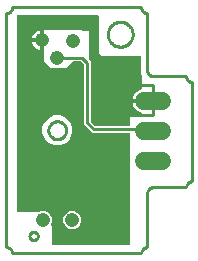
<source format=gbr>
G04 EAGLE Gerber RS-274X export*
G75*
%MOMM*%
%FSLAX34Y34*%
%LPD*%
%INTop Copper*%
%IPPOS*%
%AMOC8*
5,1,8,0,0,1.08239X$1,22.5*%
G01*
%ADD10C,1.208000*%
%ADD11C,1.508000*%
%ADD12C,0.756400*%
%ADD13C,0.254000*%
%ADD14C,0.254000*%

G36*
X104198Y6613D02*
X104198Y6613D01*
X104256Y6611D01*
X104338Y6633D01*
X104422Y6645D01*
X104475Y6669D01*
X104531Y6683D01*
X104604Y6726D01*
X104681Y6761D01*
X104726Y6799D01*
X104776Y6829D01*
X104834Y6890D01*
X104898Y6945D01*
X104930Y6993D01*
X104970Y7036D01*
X105009Y7111D01*
X105056Y7181D01*
X105073Y7237D01*
X105100Y7289D01*
X105111Y7357D01*
X105141Y7452D01*
X105144Y7552D01*
X105155Y7620D01*
X105155Y100985D01*
X105147Y101042D01*
X105149Y101101D01*
X105127Y101182D01*
X105115Y101266D01*
X105092Y101319D01*
X105077Y101376D01*
X105034Y101448D01*
X104999Y101525D01*
X104961Y101570D01*
X104932Y101620D01*
X104870Y101678D01*
X104816Y101742D01*
X104767Y101775D01*
X104724Y101815D01*
X104649Y101853D01*
X104579Y101900D01*
X104523Y101918D01*
X104471Y101944D01*
X104403Y101956D01*
X104308Y101986D01*
X104208Y101988D01*
X104140Y102000D01*
X73118Y102000D01*
X71184Y103934D01*
X71183Y103934D01*
X67720Y107398D01*
X65785Y109332D01*
X65785Y159712D01*
X65773Y159798D01*
X65770Y159886D01*
X65753Y159939D01*
X65745Y159993D01*
X65710Y160073D01*
X65683Y160156D01*
X65655Y160196D01*
X65629Y160253D01*
X65533Y160366D01*
X65488Y160430D01*
X63370Y162548D01*
X63300Y162600D01*
X63236Y162660D01*
X63187Y162686D01*
X63143Y162719D01*
X63061Y162750D01*
X62983Y162790D01*
X62935Y162798D01*
X62877Y162820D01*
X62729Y162832D01*
X62652Y162845D01*
X57664Y162845D01*
X57578Y162833D01*
X57490Y162830D01*
X57438Y162813D01*
X57383Y162805D01*
X57303Y162770D01*
X57220Y162743D01*
X57181Y162715D01*
X57124Y162689D01*
X57010Y162593D01*
X56947Y162548D01*
X51116Y156717D01*
X37784Y156717D01*
X32257Y162244D01*
X32257Y170744D01*
X32249Y170802D01*
X32251Y170860D01*
X32229Y170942D01*
X32229Y179606D01*
X32221Y179664D01*
X32223Y179722D01*
X32201Y179804D01*
X32189Y179887D01*
X32166Y179941D01*
X32151Y179997D01*
X32108Y180070D01*
X32073Y180147D01*
X32035Y180191D01*
X32006Y180242D01*
X31944Y180299D01*
X31907Y180343D01*
X31908Y180344D01*
X31972Y180399D01*
X32004Y180447D01*
X32044Y180490D01*
X32083Y180565D01*
X32130Y180635D01*
X32147Y180691D01*
X32174Y180743D01*
X32185Y180811D01*
X32215Y180906D01*
X32218Y181006D01*
X32229Y181074D01*
X32229Y188742D01*
X32345Y188735D01*
X32421Y188723D01*
X63830Y188723D01*
X63842Y188714D01*
X63906Y188654D01*
X63956Y188628D01*
X64000Y188595D01*
X64081Y188564D01*
X64159Y188524D01*
X64207Y188516D01*
X64265Y188494D01*
X64413Y188482D01*
X64490Y188469D01*
X70061Y188469D01*
X70359Y188171D01*
X70359Y163884D01*
X70371Y163798D01*
X70374Y163710D01*
X70391Y163657D01*
X70399Y163603D01*
X70434Y163523D01*
X70461Y163440D01*
X70489Y163400D01*
X70515Y163343D01*
X70611Y163230D01*
X70656Y163166D01*
X71375Y162448D01*
X71375Y112068D01*
X71387Y111982D01*
X71390Y111894D01*
X71407Y111841D01*
X71415Y111787D01*
X71450Y111707D01*
X71477Y111624D01*
X71505Y111584D01*
X71531Y111527D01*
X71627Y111414D01*
X71672Y111350D01*
X75136Y107887D01*
X75206Y107834D01*
X75269Y107774D01*
X75319Y107749D01*
X75363Y107716D01*
X75445Y107685D01*
X75523Y107645D01*
X75570Y107637D01*
X75629Y107614D01*
X75776Y107602D01*
X75854Y107589D01*
X104140Y107589D01*
X104198Y107597D01*
X104256Y107596D01*
X104338Y107617D01*
X104422Y107629D01*
X104475Y107653D01*
X104531Y107668D01*
X104604Y107711D01*
X104681Y107745D01*
X104726Y107783D01*
X104776Y107813D01*
X104834Y107875D01*
X104898Y107929D01*
X104930Y107978D01*
X104970Y108020D01*
X105009Y108095D01*
X105056Y108166D01*
X105073Y108221D01*
X105100Y108273D01*
X105111Y108341D01*
X105141Y108437D01*
X105144Y108536D01*
X105155Y108604D01*
X105155Y115825D01*
X114300Y115825D01*
X114358Y115833D01*
X114416Y115831D01*
X114498Y115853D01*
X114582Y115865D01*
X114635Y115889D01*
X114691Y115903D01*
X114764Y115946D01*
X114841Y115981D01*
X114886Y116019D01*
X114936Y116049D01*
X114994Y116110D01*
X115058Y116165D01*
X115090Y116213D01*
X115130Y116256D01*
X115169Y116331D01*
X115216Y116401D01*
X115233Y116457D01*
X115260Y116509D01*
X115271Y116577D01*
X115301Y116672D01*
X115304Y116772D01*
X115315Y116840D01*
X115315Y118070D01*
X115309Y118111D01*
X115312Y118153D01*
X115290Y118251D01*
X115275Y118351D01*
X115258Y118389D01*
X115249Y118430D01*
X115201Y118518D01*
X115159Y118611D01*
X115132Y118642D01*
X115112Y118679D01*
X115041Y118751D01*
X114976Y118828D01*
X114941Y118851D01*
X114911Y118880D01*
X114843Y118916D01*
X114739Y118985D01*
X114665Y119009D01*
X114614Y119035D01*
X113050Y119543D01*
X111637Y120264D01*
X110353Y121196D01*
X109231Y122318D01*
X108298Y123602D01*
X107578Y125016D01*
X107087Y126525D01*
X107035Y126854D01*
X114300Y126854D01*
X114358Y126862D01*
X114416Y126861D01*
X114498Y126882D01*
X114582Y126894D01*
X114635Y126918D01*
X114691Y126933D01*
X114764Y126976D01*
X114841Y127010D01*
X114886Y127048D01*
X114936Y127078D01*
X114994Y127140D01*
X115058Y127194D01*
X115090Y127243D01*
X115130Y127285D01*
X115169Y127360D01*
X115216Y127431D01*
X115233Y127486D01*
X115260Y127538D01*
X115271Y127606D01*
X115301Y127702D01*
X115304Y127801D01*
X115315Y127870D01*
X115315Y129901D01*
X115307Y129959D01*
X115309Y130018D01*
X115287Y130099D01*
X115275Y130183D01*
X115252Y130236D01*
X115237Y130293D01*
X115194Y130365D01*
X115159Y130442D01*
X115121Y130487D01*
X115092Y130537D01*
X115030Y130595D01*
X114976Y130659D01*
X114927Y130692D01*
X114884Y130732D01*
X114809Y130770D01*
X114739Y130817D01*
X114683Y130835D01*
X114631Y130861D01*
X114563Y130873D01*
X114468Y130903D01*
X114368Y130905D01*
X114300Y130917D01*
X107035Y130917D01*
X107087Y131246D01*
X107578Y132755D01*
X108298Y134169D01*
X109231Y135453D01*
X110353Y136575D01*
X111637Y137507D01*
X113050Y138228D01*
X114614Y138736D01*
X114651Y138754D01*
X114691Y138764D01*
X114778Y138816D01*
X114869Y138860D01*
X114900Y138888D01*
X114936Y138910D01*
X115005Y138984D01*
X115080Y139051D01*
X115102Y139087D01*
X115130Y139117D01*
X115176Y139207D01*
X115230Y139293D01*
X115241Y139333D01*
X115260Y139370D01*
X115272Y139446D01*
X115306Y139567D01*
X115306Y139644D01*
X115315Y139701D01*
X115315Y149424D01*
X115302Y149520D01*
X115297Y149617D01*
X115283Y149655D01*
X115275Y149705D01*
X115205Y149862D01*
X115179Y149931D01*
X113918Y152115D01*
X113918Y166381D01*
X113901Y166505D01*
X113888Y166629D01*
X113881Y166645D01*
X113878Y166663D01*
X113827Y166777D01*
X113781Y166892D01*
X113770Y166906D01*
X113762Y166922D01*
X113682Y167017D01*
X113605Y167115D01*
X113590Y167126D01*
X113579Y167139D01*
X113475Y167208D01*
X113374Y167281D01*
X113357Y167287D01*
X113342Y167297D01*
X113223Y167335D01*
X113106Y167376D01*
X113090Y167377D01*
X113071Y167383D01*
X112787Y167390D01*
X112778Y167388D01*
X112770Y167388D01*
X112649Y167372D01*
X112449Y167316D01*
X112394Y167304D01*
X112284Y167258D01*
X111852Y167258D01*
X111776Y167248D01*
X111719Y167250D01*
X111513Y167222D01*
X111380Y167254D01*
X111327Y167251D01*
X111286Y167258D01*
X81754Y167258D01*
X81733Y167255D01*
X81712Y167257D01*
X81593Y167235D01*
X81513Y167224D01*
X81321Y167250D01*
X81245Y167249D01*
X81188Y167258D01*
X80756Y167258D01*
X80646Y167304D01*
X80445Y167356D01*
X80390Y167372D01*
X80333Y167380D01*
X80306Y167394D01*
X80243Y167439D01*
X80182Y167461D01*
X80125Y167492D01*
X80049Y167509D01*
X79975Y167535D01*
X79963Y167535D01*
X79924Y167565D01*
X79742Y167668D01*
X79694Y167698D01*
X79641Y167720D01*
X79618Y167741D01*
X79569Y167801D01*
X79516Y167838D01*
X79468Y167883D01*
X79399Y167918D01*
X79335Y167963D01*
X79323Y167966D01*
X79293Y168006D01*
X79144Y168152D01*
X79106Y168193D01*
X79060Y168228D01*
X79044Y168254D01*
X79012Y168325D01*
X78969Y168375D01*
X78935Y168430D01*
X78878Y168482D01*
X78827Y168542D01*
X78817Y168548D01*
X78798Y168594D01*
X78692Y168774D01*
X78665Y168824D01*
X78630Y168870D01*
X78621Y168899D01*
X78609Y168975D01*
X78581Y169034D01*
X78562Y169096D01*
X78520Y169162D01*
X78487Y169232D01*
X78479Y169241D01*
X78472Y169290D01*
X78416Y169491D01*
X78404Y169546D01*
X78358Y169656D01*
X78358Y170088D01*
X78351Y170142D01*
X78352Y170176D01*
X78348Y170188D01*
X78350Y170221D01*
X78322Y170427D01*
X78354Y170560D01*
X78351Y170613D01*
X78358Y170654D01*
X78358Y200186D01*
X78355Y200207D01*
X78357Y200228D01*
X78335Y200347D01*
X78324Y200427D01*
X78338Y200527D01*
X78336Y200652D01*
X78340Y200776D01*
X78335Y200794D01*
X78335Y200812D01*
X78299Y200931D01*
X78268Y201051D01*
X78259Y201067D01*
X78253Y201084D01*
X78186Y201189D01*
X78122Y201296D01*
X78109Y201308D01*
X78100Y201323D01*
X78006Y201405D01*
X77915Y201490D01*
X77899Y201499D01*
X77886Y201510D01*
X77773Y201563D01*
X77662Y201620D01*
X77646Y201622D01*
X77628Y201631D01*
X77347Y201675D01*
X77338Y201674D01*
X77331Y201675D01*
X10160Y201675D01*
X10102Y201667D01*
X10044Y201669D01*
X9962Y201647D01*
X9879Y201635D01*
X9825Y201612D01*
X9769Y201597D01*
X9696Y201554D01*
X9619Y201519D01*
X9574Y201481D01*
X9524Y201452D01*
X9466Y201390D01*
X9402Y201336D01*
X9370Y201287D01*
X9330Y201244D01*
X9291Y201169D01*
X9245Y201099D01*
X9227Y201043D01*
X9200Y200991D01*
X9189Y200923D01*
X9159Y200828D01*
X9156Y200728D01*
X9145Y200660D01*
X9145Y35814D01*
X9153Y35756D01*
X9151Y35698D01*
X9173Y35616D01*
X9185Y35532D01*
X9209Y35479D01*
X9223Y35423D01*
X9266Y35350D01*
X9301Y35273D01*
X9339Y35228D01*
X9369Y35178D01*
X9430Y35120D01*
X9485Y35056D01*
X9533Y35024D01*
X9576Y34984D01*
X9651Y34945D01*
X9721Y34898D01*
X9777Y34881D01*
X9829Y34854D01*
X9897Y34843D01*
X9992Y34813D01*
X10092Y34810D01*
X10160Y34799D01*
X26886Y34799D01*
X26917Y34803D01*
X26947Y34801D01*
X27024Y34818D01*
X27168Y34839D01*
X27226Y34865D01*
X27275Y34876D01*
X29275Y35705D01*
X32285Y35705D01*
X35065Y34553D01*
X37193Y32425D01*
X38345Y29645D01*
X38345Y26635D01*
X37573Y24773D01*
X37545Y24661D01*
X37510Y24552D01*
X37509Y24524D01*
X37502Y24497D01*
X37505Y24383D01*
X37503Y24268D01*
X37510Y24241D01*
X37510Y24213D01*
X37545Y24104D01*
X37574Y23993D01*
X37589Y23969D01*
X37597Y23942D01*
X37661Y23847D01*
X37720Y23748D01*
X37740Y23729D01*
X37755Y23706D01*
X37843Y23632D01*
X37927Y23554D01*
X37952Y23541D01*
X37973Y23523D01*
X38078Y23477D01*
X38180Y23424D01*
X38205Y23420D01*
X38233Y23408D01*
X38278Y23401D01*
X38609Y23071D01*
X38609Y7620D01*
X38617Y7562D01*
X38615Y7504D01*
X38637Y7422D01*
X38649Y7339D01*
X38672Y7285D01*
X38687Y7229D01*
X38730Y7156D01*
X38765Y7079D01*
X38803Y7034D01*
X38832Y6984D01*
X38894Y6926D01*
X38948Y6862D01*
X38997Y6830D01*
X39040Y6790D01*
X39115Y6751D01*
X39185Y6705D01*
X39241Y6687D01*
X39293Y6660D01*
X39361Y6649D01*
X39456Y6619D01*
X39556Y6616D01*
X39624Y6605D01*
X104140Y6605D01*
X104198Y6613D01*
G37*
%LPC*%
G36*
X40678Y91559D02*
X40678Y91559D01*
X36054Y93475D01*
X32515Y97014D01*
X30599Y101638D01*
X30599Y106642D01*
X32515Y111266D01*
X36054Y114805D01*
X40678Y116721D01*
X45682Y116721D01*
X50306Y114805D01*
X53845Y111266D01*
X55761Y106642D01*
X55761Y101638D01*
X53845Y97014D01*
X50306Y93475D01*
X45682Y91559D01*
X40678Y91559D01*
G37*
%LPD*%
%LPC*%
G36*
X54375Y20375D02*
X54375Y20375D01*
X51595Y21527D01*
X49467Y23655D01*
X48315Y26435D01*
X48315Y29445D01*
X49467Y32225D01*
X51595Y34353D01*
X54375Y35505D01*
X57385Y35505D01*
X60165Y34353D01*
X62293Y32225D01*
X63445Y29445D01*
X63445Y26435D01*
X62293Y23655D01*
X60165Y21527D01*
X57385Y20375D01*
X54375Y20375D01*
G37*
%LPD*%
%LPC*%
G36*
X22079Y182089D02*
X22079Y182089D01*
X22229Y182843D01*
X22876Y184404D01*
X23815Y185810D01*
X25010Y187005D01*
X26416Y187944D01*
X27977Y188591D01*
X28731Y188741D01*
X28731Y182089D01*
X22079Y182089D01*
G37*
%LPD*%
%LPC*%
G36*
X27977Y172089D02*
X27977Y172089D01*
X26416Y172736D01*
X25010Y173675D01*
X23815Y174870D01*
X22876Y176276D01*
X22229Y177837D01*
X22079Y178591D01*
X28731Y178591D01*
X28731Y171939D01*
X27977Y172089D01*
G37*
%LPD*%
D10*
X30780Y28140D03*
X56180Y180140D03*
X43180Y165640D03*
X55880Y27940D03*
X30480Y180340D03*
D11*
X116920Y128886D02*
X132000Y128886D01*
X132000Y103486D02*
X116920Y103486D01*
X116920Y78086D02*
X132000Y78086D01*
D12*
X45720Y13970D03*
X16510Y41910D03*
X15240Y88900D03*
X69850Y195580D03*
X15240Y149860D03*
X41910Y64770D03*
X17780Y195580D03*
X96520Y12700D03*
X80010Y147320D03*
X100330Y96520D03*
X107950Y162560D03*
X62230Y86360D03*
X38100Y124460D03*
X80010Y113030D03*
D13*
X99060Y116840D02*
X124460Y116840D01*
X124460Y142240D01*
X99060Y142240D01*
D12*
X100330Y142240D03*
X99060Y66040D03*
X59690Y154940D03*
X72390Y49530D03*
X59690Y119380D03*
D13*
X68580Y110490D02*
X74276Y104795D01*
X68580Y110490D02*
X68580Y161290D01*
X64230Y165640D01*
X43180Y165640D01*
X123151Y104795D02*
X124460Y103486D01*
X123151Y104795D02*
X74276Y104795D01*
D14*
X0Y5080D02*
X443Y5061D01*
X882Y5003D01*
X1315Y4907D01*
X1737Y4774D01*
X2147Y4604D01*
X2540Y4399D01*
X2914Y4161D01*
X3265Y3892D01*
X3592Y3592D01*
X3892Y3265D01*
X4161Y2914D01*
X4399Y2540D01*
X4604Y2147D01*
X4774Y1737D01*
X4907Y1315D01*
X5003Y882D01*
X5061Y443D01*
X5080Y0D01*
X114300Y0D01*
X114319Y443D01*
X114377Y882D01*
X114473Y1315D01*
X114606Y1737D01*
X114776Y2147D01*
X114981Y2540D01*
X115219Y2914D01*
X115489Y3265D01*
X115788Y3592D01*
X116115Y3892D01*
X116466Y4161D01*
X116840Y4399D01*
X117233Y4604D01*
X117643Y4774D01*
X118065Y4907D01*
X118498Y5003D01*
X118937Y5061D01*
X119380Y5080D01*
X119380Y50800D01*
X119399Y51243D01*
X119457Y51682D01*
X119553Y52115D01*
X119686Y52537D01*
X119856Y52947D01*
X120061Y53340D01*
X120299Y53714D01*
X120569Y54065D01*
X120868Y54392D01*
X121195Y54692D01*
X121546Y54961D01*
X121920Y55199D01*
X122313Y55404D01*
X122723Y55574D01*
X123145Y55707D01*
X123578Y55803D01*
X124017Y55861D01*
X124460Y55880D01*
X152400Y55880D01*
X152419Y56323D01*
X152477Y56762D01*
X152573Y57195D01*
X152706Y57617D01*
X152876Y58027D01*
X153081Y58420D01*
X153319Y58794D01*
X153589Y59145D01*
X153888Y59472D01*
X154215Y59772D01*
X154566Y60041D01*
X154940Y60279D01*
X155333Y60484D01*
X155743Y60654D01*
X156165Y60787D01*
X156598Y60883D01*
X157037Y60941D01*
X157480Y60960D01*
X157480Y144780D01*
X157037Y144799D01*
X156598Y144857D01*
X156165Y144953D01*
X155743Y145086D01*
X155333Y145256D01*
X154940Y145461D01*
X154566Y145699D01*
X154215Y145969D01*
X153888Y146268D01*
X153589Y146595D01*
X153319Y146946D01*
X153081Y147320D01*
X152876Y147713D01*
X152706Y148123D01*
X152573Y148545D01*
X152477Y148978D01*
X152419Y149417D01*
X152400Y149860D01*
X124460Y149860D01*
X124017Y149879D01*
X123578Y149937D01*
X123145Y150033D01*
X122723Y150166D01*
X122313Y150336D01*
X121920Y150541D01*
X121546Y150779D01*
X121195Y151049D01*
X120868Y151348D01*
X120569Y151675D01*
X120299Y152026D01*
X120061Y152400D01*
X119856Y152793D01*
X119686Y153203D01*
X119553Y153625D01*
X119457Y154058D01*
X119399Y154497D01*
X119380Y154940D01*
X119380Y203200D01*
X118937Y203219D01*
X118498Y203277D01*
X118065Y203373D01*
X117643Y203506D01*
X117233Y203676D01*
X116840Y203881D01*
X116466Y204119D01*
X116115Y204389D01*
X115788Y204688D01*
X115489Y205015D01*
X115219Y205366D01*
X114981Y205740D01*
X114776Y206133D01*
X114606Y206543D01*
X114473Y206965D01*
X114377Y207398D01*
X114319Y207837D01*
X114300Y208280D01*
X5080Y208280D01*
X5061Y207837D01*
X5003Y207398D01*
X4907Y206965D01*
X4774Y206543D01*
X4604Y206133D01*
X4399Y205740D01*
X4161Y205366D01*
X3892Y205015D01*
X3592Y204688D01*
X3265Y204389D01*
X2914Y204119D01*
X2540Y203881D01*
X2147Y203676D01*
X1737Y203506D01*
X1315Y203373D01*
X882Y203277D01*
X443Y203219D01*
X0Y203200D01*
X0Y5080D01*
X107020Y185007D02*
X106955Y184185D01*
X106826Y183370D01*
X106634Y182568D01*
X106379Y181783D01*
X106063Y181021D01*
X105688Y180286D01*
X105257Y179582D01*
X104772Y178915D01*
X104236Y178287D01*
X103653Y177704D01*
X103026Y177168D01*
X102358Y176683D01*
X101654Y176252D01*
X100919Y175877D01*
X100157Y175561D01*
X99372Y175306D01*
X98570Y175114D01*
X97755Y174985D01*
X96933Y174920D01*
X96107Y174920D01*
X95285Y174985D01*
X94470Y175114D01*
X93668Y175306D01*
X92883Y175561D01*
X92121Y175877D01*
X91386Y176252D01*
X90682Y176683D01*
X90015Y177168D01*
X89387Y177704D01*
X88804Y178287D01*
X88268Y178915D01*
X87783Y179582D01*
X87352Y180286D01*
X86977Y181021D01*
X86661Y181783D01*
X86406Y182568D01*
X86214Y183370D01*
X86085Y184185D01*
X86020Y185007D01*
X86020Y185833D01*
X86085Y186655D01*
X86214Y187470D01*
X86406Y188272D01*
X86661Y189057D01*
X86977Y189819D01*
X87352Y190554D01*
X87783Y191258D01*
X88268Y191926D01*
X88804Y192553D01*
X89387Y193136D01*
X90015Y193672D01*
X90682Y194157D01*
X91386Y194588D01*
X92121Y194963D01*
X92883Y195279D01*
X93668Y195534D01*
X94470Y195726D01*
X95285Y195855D01*
X96107Y195920D01*
X96933Y195920D01*
X97755Y195855D01*
X98570Y195726D01*
X99372Y195534D01*
X100157Y195279D01*
X100919Y194963D01*
X101654Y194588D01*
X102358Y194157D01*
X103026Y193672D01*
X103653Y193136D01*
X104236Y192553D01*
X104772Y191926D01*
X105257Y191258D01*
X105688Y190554D01*
X106063Y189819D01*
X106379Y189057D01*
X106634Y188272D01*
X106826Y187470D01*
X106955Y186655D01*
X107020Y185833D01*
X107020Y185007D01*
X43548Y111640D02*
X44282Y111568D01*
X45005Y111424D01*
X45710Y111210D01*
X46391Y110928D01*
X47040Y110581D01*
X47653Y110171D01*
X48223Y109704D01*
X48744Y109183D01*
X49211Y108613D01*
X49621Y108000D01*
X49968Y107351D01*
X50250Y106670D01*
X50464Y105965D01*
X50608Y105242D01*
X50680Y104508D01*
X50680Y103772D01*
X50608Y103038D01*
X50464Y102315D01*
X50250Y101610D01*
X49968Y100929D01*
X49621Y100280D01*
X49211Y99667D01*
X48744Y99097D01*
X48223Y98576D01*
X47653Y98109D01*
X47040Y97699D01*
X46391Y97352D01*
X45710Y97070D01*
X45005Y96856D01*
X44282Y96712D01*
X43548Y96640D01*
X42812Y96640D01*
X42078Y96712D01*
X41355Y96856D01*
X40650Y97070D01*
X39969Y97352D01*
X39320Y97699D01*
X38707Y98109D01*
X38137Y98576D01*
X37616Y99097D01*
X37149Y99667D01*
X36739Y100280D01*
X36392Y100929D01*
X36110Y101610D01*
X35896Y102315D01*
X35752Y103038D01*
X35680Y103772D01*
X35680Y104508D01*
X35752Y105242D01*
X35896Y105965D01*
X36110Y106670D01*
X36392Y107351D01*
X36739Y108000D01*
X37149Y108613D01*
X37616Y109183D01*
X38137Y109704D01*
X38707Y110171D01*
X39320Y110581D01*
X39969Y110928D01*
X40650Y111210D01*
X41355Y111424D01*
X42078Y111568D01*
X42812Y111640D01*
X43548Y111640D01*
X23409Y18140D02*
X23864Y18080D01*
X24307Y17961D01*
X24731Y17786D01*
X25129Y17556D01*
X25493Y17277D01*
X25817Y16953D01*
X26096Y16589D01*
X26326Y16191D01*
X26501Y15767D01*
X26620Y15324D01*
X26680Y14869D01*
X26680Y14411D01*
X26620Y13956D01*
X26501Y13513D01*
X26326Y13089D01*
X26096Y12691D01*
X25817Y12327D01*
X25493Y12003D01*
X25129Y11724D01*
X24731Y11494D01*
X24307Y11319D01*
X23864Y11200D01*
X23409Y11140D01*
X22951Y11140D01*
X22496Y11200D01*
X22053Y11319D01*
X21629Y11494D01*
X21231Y11724D01*
X20867Y12003D01*
X20543Y12327D01*
X20264Y12691D01*
X20034Y13089D01*
X19859Y13513D01*
X19740Y13956D01*
X19680Y14411D01*
X19680Y14869D01*
X19740Y15324D01*
X19859Y15767D01*
X20034Y16191D01*
X20264Y16589D01*
X20543Y16953D01*
X20867Y17277D01*
X21231Y17556D01*
X21629Y17786D01*
X22053Y17961D01*
X22496Y18080D01*
X22951Y18140D01*
X23409Y18140D01*
M02*

</source>
